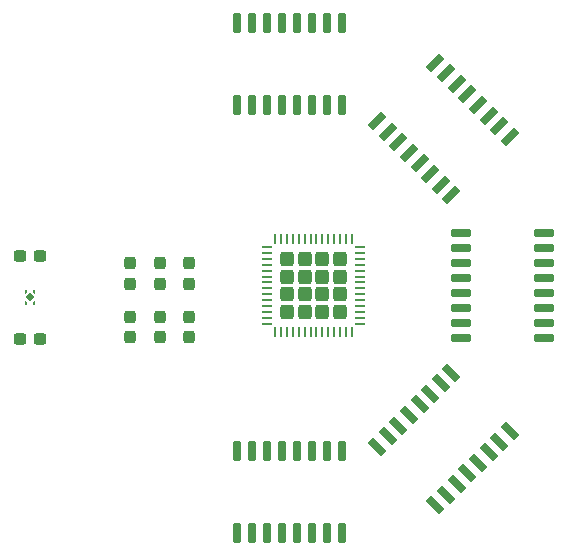
<source format=gbr>
%TF.GenerationSoftware,KiCad,Pcbnew,7.0.2*%
%TF.CreationDate,2024-03-05T23:41:02-06:00*%
%TF.ProjectId,AES_Test_Board,4145535f-5465-4737-945f-426f6172642e,rev?*%
%TF.SameCoordinates,Original*%
%TF.FileFunction,Paste,Top*%
%TF.FilePolarity,Positive*%
%FSLAX46Y46*%
G04 Gerber Fmt 4.6, Leading zero omitted, Abs format (unit mm)*
G04 Created by KiCad (PCBNEW 7.0.2) date 2024-03-05 23:41:02*
%MOMM*%
%LPD*%
G01*
G04 APERTURE LIST*
G04 Aperture macros list*
%AMRoundRect*
0 Rectangle with rounded corners*
0 $1 Rounding radius*
0 $2 $3 $4 $5 $6 $7 $8 $9 X,Y pos of 4 corners*
0 Add a 4 corners polygon primitive as box body*
4,1,4,$2,$3,$4,$5,$6,$7,$8,$9,$2,$3,0*
0 Add four circle primitives for the rounded corners*
1,1,$1+$1,$2,$3*
1,1,$1+$1,$4,$5*
1,1,$1+$1,$6,$7*
1,1,$1+$1,$8,$9*
0 Add four rect primitives between the rounded corners*
20,1,$1+$1,$2,$3,$4,$5,0*
20,1,$1+$1,$4,$5,$6,$7,0*
20,1,$1+$1,$6,$7,$8,$9,0*
20,1,$1+$1,$8,$9,$2,$3,0*%
%AMRotRect*
0 Rectangle, with rotation*
0 The origin of the aperture is its center*
0 $1 length*
0 $2 width*
0 $3 Rotation angle, in degrees counterclockwise*
0 Add horizontal line*
21,1,$1,$2,0,0,$3*%
%AMFreePoly0*
4,1,5,0.110000,-0.125000,-0.110000,-0.125000,-0.110000,0.125000,0.360000,0.125000,0.110000,-0.125000,0.110000,-0.125000,$1*%
%AMFreePoly1*
4,1,6,0.290000,-0.055000,0.290000,-0.125000,-0.110000,-0.125000,-0.110000,0.125000,0.110000,0.125000,0.290000,-0.055000,0.290000,-0.055000,$1*%
%AMFreePoly2*
4,1,7,0.110000,-0.125000,-0.110000,-0.125000,-0.290000,-0.125000,-0.290000,-0.055000,-0.110000,0.125000,0.110000,0.125000,0.110000,-0.125000,0.110000,-0.125000,$1*%
%AMFreePoly3*
4,1,6,0.110000,-0.125000,-0.110000,-0.125000,-0.290000,0.055000,-0.290000,0.125000,0.110000,0.125000,0.110000,-0.125000,0.110000,-0.125000,$1*%
G04 Aperture macros list end*
%ADD10RoundRect,0.237500X0.300000X0.237500X-0.300000X0.237500X-0.300000X-0.237500X0.300000X-0.237500X0*%
%ADD11RoundRect,0.024000X0.276000X-0.771000X0.276000X0.771000X-0.276000X0.771000X-0.276000X-0.771000X0*%
%ADD12RoundRect,0.024000X-0.276000X0.771000X-0.276000X-0.771000X0.276000X-0.771000X0.276000X0.771000X0*%
%ADD13RoundRect,0.024000X-0.350018X-0.740341X0.740341X0.350018X0.350018X0.740341X-0.740341X-0.350018X0*%
%ADD14RoundRect,0.024000X0.350018X0.740341X-0.740341X-0.350018X-0.350018X-0.740341X0.740341X0.350018X0*%
%ADD15RoundRect,0.250000X0.345000X-0.345000X0.345000X0.345000X-0.345000X0.345000X-0.345000X-0.345000X0*%
%ADD16RoundRect,0.062500X0.062500X-0.375000X0.062500X0.375000X-0.062500X0.375000X-0.062500X-0.375000X0*%
%ADD17RoundRect,0.062500X0.375000X-0.062500X0.375000X0.062500X-0.375000X0.062500X-0.375000X-0.062500X0*%
%ADD18RoundRect,0.024000X-0.771000X-0.276000X0.771000X-0.276000X0.771000X0.276000X-0.771000X0.276000X0*%
%ADD19RoundRect,0.024000X0.771000X0.276000X-0.771000X0.276000X-0.771000X-0.276000X0.771000X-0.276000X0*%
%ADD20RoundRect,0.237500X-0.237500X0.300000X-0.237500X-0.300000X0.237500X-0.300000X0.237500X0.300000X0*%
%ADD21RoundRect,0.237500X0.237500X-0.300000X0.237500X0.300000X-0.237500X0.300000X-0.237500X-0.300000X0*%
%ADD22FreePoly0,90.000000*%
%ADD23FreePoly1,90.000000*%
%ADD24FreePoly2,90.000000*%
%ADD25FreePoly3,90.000000*%
%ADD26RotRect,0.480000X0.480000X135.000000*%
%ADD27RoundRect,0.024000X-0.740341X0.350018X0.350018X-0.740341X0.740341X-0.350018X-0.350018X0.740341X0*%
%ADD28RoundRect,0.024000X0.740341X-0.350018X-0.350018X0.740341X-0.740341X0.350018X0.350018X-0.740341X0*%
G04 APERTURE END LIST*
D10*
%TO.C,C8*%
X96862500Y-85500000D03*
X95137500Y-85500000D03*
%TD*%
D11*
%TO.C,RN5*%
X113555000Y-72745000D03*
X114825000Y-72745000D03*
X116095000Y-72745000D03*
X117365000Y-72745000D03*
X118635000Y-72745000D03*
X119905000Y-72745000D03*
X121175000Y-72745000D03*
X122445000Y-72745000D03*
D12*
X122445000Y-65755000D03*
X121175000Y-65755000D03*
X119905000Y-65755000D03*
X118635000Y-65755000D03*
X117365000Y-65755000D03*
X116095000Y-65755000D03*
X114825000Y-65755000D03*
X113555000Y-65755000D03*
%TD*%
D13*
%TO.C,RN4*%
X125385572Y-74078249D03*
X126283598Y-74976274D03*
X127181623Y-75874300D03*
X128079649Y-76772325D03*
X128977675Y-77670351D03*
X129875700Y-78568377D03*
X130773726Y-79466402D03*
X131671751Y-80364428D03*
D14*
X136614428Y-75421751D03*
X135716402Y-74523726D03*
X134818377Y-73625700D03*
X133920351Y-72727675D03*
X133022325Y-71829649D03*
X132124300Y-70931623D03*
X131226274Y-70033598D03*
X130328249Y-69135572D03*
%TD*%
D15*
%TO.C,U1*%
X117780000Y-90220000D03*
X119260000Y-90220000D03*
X120740000Y-90220000D03*
X122220000Y-90220000D03*
X117780000Y-88740000D03*
X119260000Y-88740000D03*
X120740000Y-88740000D03*
X122220000Y-88740000D03*
X117780000Y-87260000D03*
X119260000Y-87260000D03*
X120740000Y-87260000D03*
X122220000Y-87260000D03*
X117780000Y-85780000D03*
X119260000Y-85780000D03*
X120740000Y-85780000D03*
X122220000Y-85780000D03*
D16*
X116750000Y-91937500D03*
X117250000Y-91937500D03*
X117750000Y-91937500D03*
X118250000Y-91937500D03*
X118750000Y-91937500D03*
X119250000Y-91937500D03*
X119750000Y-91937500D03*
X120250000Y-91937500D03*
X120750000Y-91937500D03*
X121250000Y-91937500D03*
X121750000Y-91937500D03*
X122250000Y-91937500D03*
X122750000Y-91937500D03*
X123250000Y-91937500D03*
D17*
X123937500Y-91250000D03*
X123937500Y-90750000D03*
X123937500Y-90250000D03*
X123937500Y-89750000D03*
X123937500Y-89250000D03*
X123937500Y-88750000D03*
X123937500Y-88250000D03*
X123937500Y-87750000D03*
X123937500Y-87250000D03*
X123937500Y-86750000D03*
X123937500Y-86250000D03*
X123937500Y-85750000D03*
X123937500Y-85250000D03*
X123937500Y-84750000D03*
D16*
X123250000Y-84062500D03*
X122750000Y-84062500D03*
X122250000Y-84062500D03*
X121750000Y-84062500D03*
X121250000Y-84062500D03*
X120750000Y-84062500D03*
X120250000Y-84062500D03*
X119750000Y-84062500D03*
X119250000Y-84062500D03*
X118750000Y-84062500D03*
X118250000Y-84062500D03*
X117750000Y-84062500D03*
X117250000Y-84062500D03*
X116750000Y-84062500D03*
D17*
X116062500Y-84750000D03*
X116062500Y-85250000D03*
X116062500Y-85750000D03*
X116062500Y-86250000D03*
X116062500Y-86750000D03*
X116062500Y-87250000D03*
X116062500Y-87750000D03*
X116062500Y-88250000D03*
X116062500Y-88750000D03*
X116062500Y-89250000D03*
X116062500Y-89750000D03*
X116062500Y-90250000D03*
X116062500Y-90750000D03*
X116062500Y-91250000D03*
%TD*%
D18*
%TO.C,RN3*%
X132510000Y-83555000D03*
X132510000Y-84825000D03*
X132510000Y-86095000D03*
X132510000Y-87365000D03*
X132510000Y-88635000D03*
X132510000Y-89905000D03*
X132510000Y-91175000D03*
X132510000Y-92445000D03*
D19*
X139500000Y-92445000D03*
X139500000Y-91175000D03*
X139500000Y-89905000D03*
X139500000Y-88635000D03*
X139500000Y-87365000D03*
X139500000Y-86095000D03*
X139500000Y-84825000D03*
X139500000Y-83555000D03*
%TD*%
D20*
%TO.C,C1*%
X109500000Y-90637500D03*
X109500000Y-92362500D03*
%TD*%
D12*
%TO.C,RN1*%
X122445000Y-102005000D03*
X121175000Y-102005000D03*
X119905000Y-102005000D03*
X118635000Y-102005000D03*
X117365000Y-102005000D03*
X116095000Y-102005000D03*
X114825000Y-102005000D03*
X113555000Y-102005000D03*
D11*
X113555000Y-108995000D03*
X114825000Y-108995000D03*
X116095000Y-108995000D03*
X117365000Y-108995000D03*
X118635000Y-108995000D03*
X119905000Y-108995000D03*
X121175000Y-108995000D03*
X122445000Y-108995000D03*
%TD*%
D21*
%TO.C,C4*%
X109500000Y-87862500D03*
X109500000Y-86137500D03*
%TD*%
D22*
%TO.C,U3*%
X95675000Y-89540000D03*
D23*
X96325000Y-89540000D03*
D24*
X96325000Y-88460000D03*
D25*
X95675000Y-88460000D03*
D26*
X96000000Y-89000000D03*
%TD*%
D21*
%TO.C,C6*%
X104500000Y-87862500D03*
X104500000Y-86137500D03*
%TD*%
D20*
%TO.C,C2*%
X107000000Y-90637500D03*
X107000000Y-92362500D03*
%TD*%
%TO.C,C3*%
X104500000Y-90637500D03*
X104500000Y-92362500D03*
%TD*%
D21*
%TO.C,C5*%
X107000000Y-87862500D03*
X107000000Y-86137500D03*
%TD*%
D10*
%TO.C,C7*%
X96862500Y-92500000D03*
X95137500Y-92500000D03*
%TD*%
D27*
%TO.C,RN2*%
X131671751Y-95385572D03*
X130773726Y-96283598D03*
X129875700Y-97181623D03*
X128977675Y-98079649D03*
X128079649Y-98977675D03*
X127181623Y-99875700D03*
X126283598Y-100773726D03*
X125385572Y-101671751D03*
D28*
X130328249Y-106614428D03*
X131226274Y-105716402D03*
X132124300Y-104818377D03*
X133022325Y-103920351D03*
X133920351Y-103022325D03*
X134818377Y-102124300D03*
X135716402Y-101226274D03*
X136614428Y-100328249D03*
%TD*%
M02*

</source>
